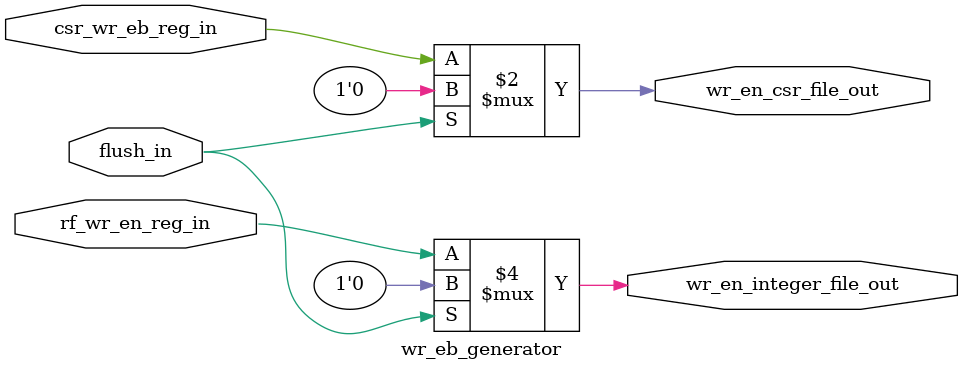
<source format=v>
module wr_eb_generator(flush_in,rf_wr_en_reg_in,csr_wr_eb_reg_in,wr_en_integer_file_out,wr_en_csr_file_out);

	input flush_in,rf_wr_en_reg_in,csr_wr_eb_reg_in;
	output wr_en_csr_file_out,wr_en_integer_file_out;

	assign wr_en_csr_file_out = flush_in == 1'b1 ? 1'b0 : csr_wr_eb_reg_in;
 	assign wr_en_integer_file_out = flush_in == 1'b1 ? 1'b0 : rf_wr_en_reg_in;
	endmodule 



</source>
